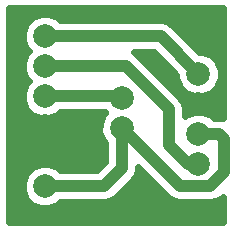
<source format=gbr>
G04 #@! TF.FileFunction,Copper,L1,Top,Signal*
%FSLAX46Y46*%
G04 Gerber Fmt 4.6, Leading zero omitted, Abs format (unit mm)*
G04 Created by KiCad (PCBNEW 4.0.6-e0-6349~52~ubuntu17.04.1) date Sat May 20 13:17:23 2017*
%MOMM*%
%LPD*%
G01*
G04 APERTURE LIST*
%ADD10C,0.100000*%
%ADD11C,2.000000*%
%ADD12C,1.000000*%
%ADD13C,0.554000*%
G04 APERTURE END LIST*
D10*
D11*
X17000000Y13500000D03*
X17000000Y10960000D03*
X17000000Y8420000D03*
X17000000Y5880000D03*
X10500000Y11500000D03*
X10500000Y8960000D03*
X4000000Y4000000D03*
X4000000Y6540000D03*
X4000000Y9080000D03*
X4000000Y11620000D03*
X4000000Y14160000D03*
X4000000Y16700000D03*
D12*
X4000000Y4000000D02*
X9000000Y4000000D01*
X10500000Y5500000D02*
X10500000Y8960000D01*
X9000000Y4000000D02*
X10500000Y5500000D01*
X17000000Y8420000D02*
X18780000Y8420000D01*
X15460000Y4000000D02*
X10500000Y8960000D01*
X18000000Y4000000D02*
X15460000Y4000000D01*
X19200000Y5200000D02*
X18000000Y4000000D01*
X19200000Y8000000D02*
X19200000Y5200000D01*
X18780000Y8420000D02*
X19200000Y8000000D01*
X10500000Y8960000D02*
X10500000Y8500000D01*
X4000000Y11620000D02*
X10380000Y11620000D01*
X10380000Y11620000D02*
X10500000Y11500000D01*
X10120000Y11120000D02*
X10500000Y11500000D01*
X10120000Y11120000D02*
X10500000Y11500000D01*
X4000000Y14160000D02*
X10840000Y14160000D01*
X14500000Y7500000D02*
X16120000Y5880000D01*
X14500000Y10500000D02*
X14500000Y7500000D01*
X10840000Y14160000D02*
X14500000Y10500000D01*
X16120000Y5880000D02*
X17000000Y5880000D01*
X16120000Y5880000D02*
X17000000Y5880000D01*
X4000000Y16700000D02*
X13800000Y16700000D01*
X13800000Y16700000D02*
X17000000Y13500000D01*
D13*
G36*
X19048000Y9743691D02*
X18780000Y9797000D01*
X18277567Y9797000D01*
X18064624Y10010316D01*
X17374996Y10296674D01*
X16628280Y10297325D01*
X15938154Y10012171D01*
X15877000Y9951124D01*
X15877000Y10500000D01*
X15772182Y11026955D01*
X15473686Y11473686D01*
X11813686Y15133686D01*
X11530357Y15323000D01*
X13229628Y15323000D01*
X15122938Y13429690D01*
X15122675Y13128280D01*
X15407829Y12438154D01*
X15935376Y11909684D01*
X16625004Y11623326D01*
X17371720Y11622675D01*
X18061846Y11907829D01*
X18590316Y12435376D01*
X18876674Y13125004D01*
X18877325Y13871720D01*
X18592171Y14561846D01*
X18064624Y15090316D01*
X17374996Y15376674D01*
X17070432Y15376940D01*
X14773686Y17673686D01*
X14326955Y17972182D01*
X13800000Y18077000D01*
X5277567Y18077000D01*
X5064624Y18290316D01*
X4374996Y18576674D01*
X3628280Y18577325D01*
X2938154Y18292171D01*
X2409684Y17764624D01*
X2123326Y17074996D01*
X2122675Y16328280D01*
X2407829Y15638154D01*
X2615520Y15430100D01*
X2409684Y15224624D01*
X2123326Y14534996D01*
X2122675Y13788280D01*
X2407829Y13098154D01*
X2615520Y12890100D01*
X2409684Y12684624D01*
X2123326Y11994996D01*
X2122675Y11248280D01*
X2407829Y10558154D01*
X2935376Y10029684D01*
X3625004Y9743326D01*
X4371720Y9742675D01*
X5061846Y10027829D01*
X5277393Y10243000D01*
X9081711Y10243000D01*
X9100409Y10215016D01*
X8909684Y10024624D01*
X8623326Y9334996D01*
X8622675Y8588280D01*
X8907829Y7898154D01*
X9123000Y7682607D01*
X9123000Y6070372D01*
X8429628Y5377000D01*
X5277567Y5377000D01*
X5064624Y5590316D01*
X4374996Y5876674D01*
X3628280Y5877325D01*
X2938154Y5592171D01*
X2409684Y5064624D01*
X2123326Y4374996D01*
X2122675Y3628280D01*
X2407829Y2938154D01*
X2935376Y2409684D01*
X3625004Y2123326D01*
X4371720Y2122675D01*
X5061846Y2407829D01*
X5277393Y2623000D01*
X9000000Y2623000D01*
X9526955Y2727818D01*
X9973686Y3026314D01*
X11473686Y4526314D01*
X11772182Y4973045D01*
X11877000Y5500000D01*
X11877000Y5635628D01*
X14486314Y3026314D01*
X14933045Y2727818D01*
X15460000Y2623000D01*
X18000000Y2623000D01*
X18526955Y2727818D01*
X18973686Y3026314D01*
X19048000Y3100628D01*
X19048000Y952000D01*
X952000Y952000D01*
X952000Y19048000D01*
X19048000Y19048000D01*
X19048000Y9743691D01*
X19048000Y9743691D01*
G37*
X19048000Y9743691D02*
X18780000Y9797000D01*
X18277567Y9797000D01*
X18064624Y10010316D01*
X17374996Y10296674D01*
X16628280Y10297325D01*
X15938154Y10012171D01*
X15877000Y9951124D01*
X15877000Y10500000D01*
X15772182Y11026955D01*
X15473686Y11473686D01*
X11813686Y15133686D01*
X11530357Y15323000D01*
X13229628Y15323000D01*
X15122938Y13429690D01*
X15122675Y13128280D01*
X15407829Y12438154D01*
X15935376Y11909684D01*
X16625004Y11623326D01*
X17371720Y11622675D01*
X18061846Y11907829D01*
X18590316Y12435376D01*
X18876674Y13125004D01*
X18877325Y13871720D01*
X18592171Y14561846D01*
X18064624Y15090316D01*
X17374996Y15376674D01*
X17070432Y15376940D01*
X14773686Y17673686D01*
X14326955Y17972182D01*
X13800000Y18077000D01*
X5277567Y18077000D01*
X5064624Y18290316D01*
X4374996Y18576674D01*
X3628280Y18577325D01*
X2938154Y18292171D01*
X2409684Y17764624D01*
X2123326Y17074996D01*
X2122675Y16328280D01*
X2407829Y15638154D01*
X2615520Y15430100D01*
X2409684Y15224624D01*
X2123326Y14534996D01*
X2122675Y13788280D01*
X2407829Y13098154D01*
X2615520Y12890100D01*
X2409684Y12684624D01*
X2123326Y11994996D01*
X2122675Y11248280D01*
X2407829Y10558154D01*
X2935376Y10029684D01*
X3625004Y9743326D01*
X4371720Y9742675D01*
X5061846Y10027829D01*
X5277393Y10243000D01*
X9081711Y10243000D01*
X9100409Y10215016D01*
X8909684Y10024624D01*
X8623326Y9334996D01*
X8622675Y8588280D01*
X8907829Y7898154D01*
X9123000Y7682607D01*
X9123000Y6070372D01*
X8429628Y5377000D01*
X5277567Y5377000D01*
X5064624Y5590316D01*
X4374996Y5876674D01*
X3628280Y5877325D01*
X2938154Y5592171D01*
X2409684Y5064624D01*
X2123326Y4374996D01*
X2122675Y3628280D01*
X2407829Y2938154D01*
X2935376Y2409684D01*
X3625004Y2123326D01*
X4371720Y2122675D01*
X5061846Y2407829D01*
X5277393Y2623000D01*
X9000000Y2623000D01*
X9526955Y2727818D01*
X9973686Y3026314D01*
X11473686Y4526314D01*
X11772182Y4973045D01*
X11877000Y5500000D01*
X11877000Y5635628D01*
X14486314Y3026314D01*
X14933045Y2727818D01*
X15460000Y2623000D01*
X18000000Y2623000D01*
X18526955Y2727818D01*
X18973686Y3026314D01*
X19048000Y3100628D01*
X19048000Y952000D01*
X952000Y952000D01*
X952000Y19048000D01*
X19048000Y19048000D01*
X19048000Y9743691D01*
M02*

</source>
